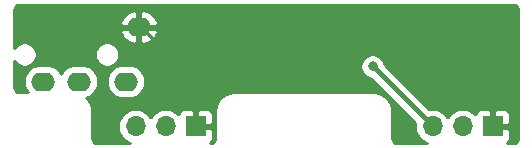
<source format=gtl>
G04 #@! TF.GenerationSoftware,KiCad,Pcbnew,5.1.0-unknown-e90452d~82~ubuntu16.04.1*
G04 #@! TF.CreationDate,2019-04-11T13:30:45-04:00*
G04 #@! TF.ProjectId,dual_touch_sensor_trrs_pcb,6475616c-5f74-46f7-9563-685f73656e73,1.0*
G04 #@! TF.SameCoordinates,Original*
G04 #@! TF.FileFunction,Copper,L1,Top*
G04 #@! TF.FilePolarity,Positive*
%FSLAX46Y46*%
G04 Gerber Fmt 4.6, Leading zero omitted, Abs format (unit mm)*
G04 Created by KiCad (PCBNEW 5.1.0-unknown-e90452d~82~ubuntu16.04.1) date 2019-04-11 13:30:45*
%MOMM*%
%LPD*%
G04 APERTURE LIST*
%ADD10O,1.700000X1.700000*%
%ADD11R,1.700000X1.700000*%
%ADD12O,2.000000X1.600000*%
%ADD13C,0.800000*%
%ADD14C,0.250000*%
%ADD15C,0.400000*%
%ADD16C,0.254000*%
G04 APERTURE END LIST*
D10*
X157988000Y-113284000D03*
X160528000Y-113284000D03*
D11*
X163068000Y-113284000D03*
D10*
X132842000Y-113284000D03*
X135382000Y-113284000D03*
D11*
X137922000Y-113284000D03*
D12*
X133118000Y-104880000D03*
X132018000Y-109480000D03*
X125018000Y-109480000D03*
X128018000Y-109480000D03*
D13*
X152908000Y-108204000D03*
D14*
X133318000Y-104880000D02*
X133118000Y-104880000D01*
X137922000Y-109484000D02*
X133318000Y-104880000D01*
X137922000Y-113284000D02*
X137922000Y-109484000D01*
D15*
X152908000Y-108204000D02*
X157988000Y-113284000D01*
D16*
G36*
X164919409Y-103007243D02*
G01*
X164990032Y-103028565D01*
X165055158Y-103063193D01*
X165112318Y-103109812D01*
X165159340Y-103166653D01*
X165194423Y-103231538D01*
X165216235Y-103302002D01*
X165227000Y-103404421D01*
X165227001Y-114268936D01*
X165216757Y-114373409D01*
X165195435Y-114444032D01*
X165160808Y-114509156D01*
X165114187Y-114566319D01*
X165057348Y-114613340D01*
X164992465Y-114648422D01*
X164921999Y-114670235D01*
X164819579Y-114681000D01*
X164241694Y-114681000D01*
X164272494Y-114664537D01*
X164369185Y-114585185D01*
X164448537Y-114488494D01*
X164507502Y-114378180D01*
X164543812Y-114258482D01*
X164556072Y-114134000D01*
X164553000Y-113569750D01*
X164394250Y-113411000D01*
X163195000Y-113411000D01*
X163195000Y-113431000D01*
X162941000Y-113431000D01*
X162941000Y-113411000D01*
X162921000Y-113411000D01*
X162921000Y-113157000D01*
X162941000Y-113157000D01*
X162941000Y-111957750D01*
X163195000Y-111957750D01*
X163195000Y-113157000D01*
X164394250Y-113157000D01*
X164553000Y-112998250D01*
X164556072Y-112434000D01*
X164543812Y-112309518D01*
X164507502Y-112189820D01*
X164448537Y-112079506D01*
X164369185Y-111982815D01*
X164272494Y-111903463D01*
X164162180Y-111844498D01*
X164042482Y-111808188D01*
X163918000Y-111795928D01*
X163353750Y-111799000D01*
X163195000Y-111957750D01*
X162941000Y-111957750D01*
X162782250Y-111799000D01*
X162218000Y-111795928D01*
X162093518Y-111808188D01*
X161973820Y-111844498D01*
X161863506Y-111903463D01*
X161766815Y-111982815D01*
X161687463Y-112079506D01*
X161628498Y-112189820D01*
X161607607Y-112258687D01*
X161583134Y-112228866D01*
X161357014Y-112043294D01*
X161099034Y-111905401D01*
X160819111Y-111820487D01*
X160600950Y-111799000D01*
X160455050Y-111799000D01*
X160236889Y-111820487D01*
X159956966Y-111905401D01*
X159698986Y-112043294D01*
X159472866Y-112228866D01*
X159287294Y-112454986D01*
X159258000Y-112509791D01*
X159228706Y-112454986D01*
X159043134Y-112228866D01*
X158817014Y-112043294D01*
X158559034Y-111905401D01*
X158279111Y-111820487D01*
X158060950Y-111799000D01*
X157915050Y-111799000D01*
X157704597Y-111819728D01*
X153932093Y-108047225D01*
X153903226Y-107902102D01*
X153825205Y-107713744D01*
X153711937Y-107544226D01*
X153567774Y-107400063D01*
X153398256Y-107286795D01*
X153209898Y-107208774D01*
X153009939Y-107169000D01*
X152806061Y-107169000D01*
X152606102Y-107208774D01*
X152417744Y-107286795D01*
X152248226Y-107400063D01*
X152104063Y-107544226D01*
X151990795Y-107713744D01*
X151912774Y-107902102D01*
X151873000Y-108102061D01*
X151873000Y-108305939D01*
X151912774Y-108505898D01*
X151990795Y-108694256D01*
X152104063Y-108863774D01*
X152248226Y-109007937D01*
X152417744Y-109121205D01*
X152606102Y-109199226D01*
X152751225Y-109228093D01*
X156523728Y-113000597D01*
X156495815Y-113284000D01*
X156524487Y-113575111D01*
X156609401Y-113855034D01*
X156747294Y-114113014D01*
X156932866Y-114339134D01*
X157158986Y-114524706D01*
X157416966Y-114662599D01*
X157477626Y-114681000D01*
X154971054Y-114681000D01*
X154866591Y-114670757D01*
X154795968Y-114649435D01*
X154730844Y-114614808D01*
X154673681Y-114568187D01*
X154626660Y-114511348D01*
X154591578Y-114446465D01*
X154569765Y-114375999D01*
X154559000Y-114273579D01*
X154559000Y-111982808D01*
X154556318Y-111955573D01*
X154556361Y-111949354D01*
X154555496Y-111940530D01*
X154534769Y-111743329D01*
X154523198Y-111686960D01*
X154512413Y-111630420D01*
X154509852Y-111621938D01*
X154509850Y-111621929D01*
X154509846Y-111621921D01*
X154451215Y-111432511D01*
X154428914Y-111379459D01*
X154407352Y-111326090D01*
X154403195Y-111318272D01*
X154403191Y-111318264D01*
X154403186Y-111318257D01*
X154308878Y-111143838D01*
X154276707Y-111096142D01*
X154245182Y-111047967D01*
X154239582Y-111041101D01*
X154239578Y-111041095D01*
X154239573Y-111041090D01*
X154113184Y-110888312D01*
X154072350Y-110847762D01*
X154032079Y-110806638D01*
X154025253Y-110800992D01*
X154025247Y-110800986D01*
X154025240Y-110800982D01*
X153871585Y-110675663D01*
X153823642Y-110643809D01*
X153776160Y-110611298D01*
X153768369Y-110607085D01*
X153768361Y-110607080D01*
X153768353Y-110607077D01*
X153593283Y-110513990D01*
X153540096Y-110492067D01*
X153487171Y-110469384D01*
X153478701Y-110466762D01*
X153288875Y-110409451D01*
X153232381Y-110398265D01*
X153176126Y-110386308D01*
X153167312Y-110385381D01*
X153167305Y-110385380D01*
X153167298Y-110385380D01*
X152969967Y-110366031D01*
X152939192Y-110363000D01*
X141192808Y-110363000D01*
X141165573Y-110365682D01*
X141159354Y-110365639D01*
X141150530Y-110366504D01*
X140953329Y-110387231D01*
X140896960Y-110398802D01*
X140840420Y-110409587D01*
X140831938Y-110412148D01*
X140831929Y-110412150D01*
X140831921Y-110412154D01*
X140642511Y-110470785D01*
X140589459Y-110493086D01*
X140536090Y-110514648D01*
X140528272Y-110518805D01*
X140528264Y-110518809D01*
X140528257Y-110518814D01*
X140353838Y-110613122D01*
X140306142Y-110645293D01*
X140257967Y-110676818D01*
X140251101Y-110682418D01*
X140251095Y-110682422D01*
X140251090Y-110682427D01*
X140098312Y-110808816D01*
X140057762Y-110849650D01*
X140016638Y-110889921D01*
X140010992Y-110896747D01*
X140010986Y-110896753D01*
X140010982Y-110896760D01*
X139885663Y-111050415D01*
X139853809Y-111098358D01*
X139821298Y-111145840D01*
X139817085Y-111153631D01*
X139817080Y-111153639D01*
X139817080Y-111153640D01*
X139723990Y-111328717D01*
X139702067Y-111381904D01*
X139679384Y-111434829D01*
X139676762Y-111443299D01*
X139619451Y-111633125D01*
X139608265Y-111689619D01*
X139596308Y-111745874D01*
X139595381Y-111754688D01*
X139595380Y-111754695D01*
X139595380Y-111754702D01*
X139576031Y-111952033D01*
X139576031Y-111952043D01*
X139573001Y-111982808D01*
X139573000Y-114268945D01*
X139562757Y-114373409D01*
X139541435Y-114444032D01*
X139506808Y-114509156D01*
X139460187Y-114566319D01*
X139403348Y-114613340D01*
X139338465Y-114648422D01*
X139267999Y-114670235D01*
X139165579Y-114681000D01*
X139095694Y-114681000D01*
X139126494Y-114664537D01*
X139223185Y-114585185D01*
X139302537Y-114488494D01*
X139361502Y-114378180D01*
X139397812Y-114258482D01*
X139410072Y-114134000D01*
X139407000Y-113569750D01*
X139248250Y-113411000D01*
X138049000Y-113411000D01*
X138049000Y-113431000D01*
X137795000Y-113431000D01*
X137795000Y-113411000D01*
X137775000Y-113411000D01*
X137775000Y-113157000D01*
X137795000Y-113157000D01*
X137795000Y-111957750D01*
X138049000Y-111957750D01*
X138049000Y-113157000D01*
X139248250Y-113157000D01*
X139407000Y-112998250D01*
X139410072Y-112434000D01*
X139397812Y-112309518D01*
X139361502Y-112189820D01*
X139302537Y-112079506D01*
X139223185Y-111982815D01*
X139126494Y-111903463D01*
X139016180Y-111844498D01*
X138896482Y-111808188D01*
X138772000Y-111795928D01*
X138207750Y-111799000D01*
X138049000Y-111957750D01*
X137795000Y-111957750D01*
X137636250Y-111799000D01*
X137072000Y-111795928D01*
X136947518Y-111808188D01*
X136827820Y-111844498D01*
X136717506Y-111903463D01*
X136620815Y-111982815D01*
X136541463Y-112079506D01*
X136482498Y-112189820D01*
X136461607Y-112258687D01*
X136437134Y-112228866D01*
X136211014Y-112043294D01*
X135953034Y-111905401D01*
X135673111Y-111820487D01*
X135454950Y-111799000D01*
X135309050Y-111799000D01*
X135090889Y-111820487D01*
X134810966Y-111905401D01*
X134552986Y-112043294D01*
X134326866Y-112228866D01*
X134141294Y-112454986D01*
X134112000Y-112509791D01*
X134082706Y-112454986D01*
X133897134Y-112228866D01*
X133671014Y-112043294D01*
X133413034Y-111905401D01*
X133133111Y-111820487D01*
X132914950Y-111799000D01*
X132769050Y-111799000D01*
X132550889Y-111820487D01*
X132270966Y-111905401D01*
X132012986Y-112043294D01*
X131786866Y-112228866D01*
X131601294Y-112454986D01*
X131463401Y-112712966D01*
X131378487Y-112992889D01*
X131349815Y-113284000D01*
X131378487Y-113575111D01*
X131463401Y-113855034D01*
X131601294Y-114113014D01*
X131786866Y-114339134D01*
X132012986Y-114524706D01*
X132270966Y-114662599D01*
X132331626Y-114681000D01*
X129571054Y-114681000D01*
X129466591Y-114670757D01*
X129395968Y-114649435D01*
X129330844Y-114614808D01*
X129273681Y-114568187D01*
X129226660Y-114511348D01*
X129191578Y-114446465D01*
X129169765Y-114375999D01*
X129159000Y-114273579D01*
X129159000Y-111982808D01*
X129156318Y-111955573D01*
X129156361Y-111949354D01*
X129155496Y-111940530D01*
X129134769Y-111743329D01*
X129123198Y-111686960D01*
X129112413Y-111630420D01*
X129109852Y-111621938D01*
X129109850Y-111621929D01*
X129109846Y-111621921D01*
X129051215Y-111432511D01*
X129028914Y-111379459D01*
X129007352Y-111326090D01*
X129003195Y-111318272D01*
X129003191Y-111318264D01*
X129003186Y-111318257D01*
X128908878Y-111143838D01*
X128876707Y-111096142D01*
X128845182Y-111047967D01*
X128839582Y-111041101D01*
X128839578Y-111041095D01*
X128839573Y-111041090D01*
X128713184Y-110888312D01*
X128672350Y-110847762D01*
X128667808Y-110843123D01*
X128769808Y-110812182D01*
X129019101Y-110678932D01*
X129237608Y-110499608D01*
X129416932Y-110281101D01*
X129550182Y-110031808D01*
X129632236Y-109761309D01*
X129659943Y-109480000D01*
X130376057Y-109480000D01*
X130403764Y-109761309D01*
X130485818Y-110031808D01*
X130619068Y-110281101D01*
X130798392Y-110499608D01*
X131016899Y-110678932D01*
X131266192Y-110812182D01*
X131536691Y-110894236D01*
X131747508Y-110915000D01*
X132288492Y-110915000D01*
X132499309Y-110894236D01*
X132769808Y-110812182D01*
X133019101Y-110678932D01*
X133237608Y-110499608D01*
X133416932Y-110281101D01*
X133550182Y-110031808D01*
X133632236Y-109761309D01*
X133659943Y-109480000D01*
X133632236Y-109198691D01*
X133550182Y-108928192D01*
X133416932Y-108678899D01*
X133237608Y-108460392D01*
X133019101Y-108281068D01*
X132769808Y-108147818D01*
X132499309Y-108065764D01*
X132288492Y-108045000D01*
X131747508Y-108045000D01*
X131536691Y-108065764D01*
X131266192Y-108147818D01*
X131016899Y-108281068D01*
X130798392Y-108460392D01*
X130619068Y-108678899D01*
X130485818Y-108928192D01*
X130403764Y-109198691D01*
X130376057Y-109480000D01*
X129659943Y-109480000D01*
X129632236Y-109198691D01*
X129550182Y-108928192D01*
X129416932Y-108678899D01*
X129237608Y-108460392D01*
X129019101Y-108281068D01*
X128769808Y-108147818D01*
X128499309Y-108065764D01*
X128288492Y-108045000D01*
X127747508Y-108045000D01*
X127536691Y-108065764D01*
X127266192Y-108147818D01*
X127016899Y-108281068D01*
X126798392Y-108460392D01*
X126619068Y-108678899D01*
X126518000Y-108867984D01*
X126416932Y-108678899D01*
X126237608Y-108460392D01*
X126019101Y-108281068D01*
X125769808Y-108147818D01*
X125499309Y-108065764D01*
X125288492Y-108045000D01*
X124747508Y-108045000D01*
X124536691Y-108065764D01*
X124266192Y-108147818D01*
X124016899Y-108281068D01*
X123798392Y-108460392D01*
X123619068Y-108678899D01*
X123485818Y-108928192D01*
X123403764Y-109198691D01*
X123376057Y-109480000D01*
X123403764Y-109761309D01*
X123485818Y-110031808D01*
X123619068Y-110281101D01*
X123686281Y-110363000D01*
X122967054Y-110363000D01*
X122862591Y-110352757D01*
X122791968Y-110331435D01*
X122726844Y-110296808D01*
X122669681Y-110250187D01*
X122622660Y-110193348D01*
X122587578Y-110128465D01*
X122565765Y-110057999D01*
X122555000Y-109955579D01*
X122555000Y-107751380D01*
X122614063Y-107839774D01*
X122758226Y-107983937D01*
X122927744Y-108097205D01*
X123116102Y-108175226D01*
X123316061Y-108215000D01*
X123519939Y-108215000D01*
X123719898Y-108175226D01*
X123908256Y-108097205D01*
X124077774Y-107983937D01*
X124221937Y-107839774D01*
X124335205Y-107670256D01*
X124413226Y-107481898D01*
X124453000Y-107281939D01*
X124453000Y-107078061D01*
X129383000Y-107078061D01*
X129383000Y-107281939D01*
X129422774Y-107481898D01*
X129500795Y-107670256D01*
X129614063Y-107839774D01*
X129758226Y-107983937D01*
X129927744Y-108097205D01*
X130116102Y-108175226D01*
X130316061Y-108215000D01*
X130519939Y-108215000D01*
X130719898Y-108175226D01*
X130908256Y-108097205D01*
X131077774Y-107983937D01*
X131221937Y-107839774D01*
X131335205Y-107670256D01*
X131413226Y-107481898D01*
X131453000Y-107281939D01*
X131453000Y-107078061D01*
X131413226Y-106878102D01*
X131335205Y-106689744D01*
X131221937Y-106520226D01*
X131077774Y-106376063D01*
X130908256Y-106262795D01*
X130719898Y-106184774D01*
X130519939Y-106145000D01*
X130316061Y-106145000D01*
X130116102Y-106184774D01*
X129927744Y-106262795D01*
X129758226Y-106376063D01*
X129614063Y-106520226D01*
X129500795Y-106689744D01*
X129422774Y-106878102D01*
X129383000Y-107078061D01*
X124453000Y-107078061D01*
X124413226Y-106878102D01*
X124335205Y-106689744D01*
X124221937Y-106520226D01*
X124077774Y-106376063D01*
X123908256Y-106262795D01*
X123719898Y-106184774D01*
X123519939Y-106145000D01*
X123316061Y-106145000D01*
X123116102Y-106184774D01*
X122927744Y-106262795D01*
X122758226Y-106376063D01*
X122614063Y-106520226D01*
X122555000Y-106608620D01*
X122555000Y-105229039D01*
X131526096Y-105229039D01*
X131536556Y-105286730D01*
X131642449Y-105548421D01*
X131797361Y-105784425D01*
X131995338Y-105985673D01*
X132228773Y-106144430D01*
X132488694Y-106254596D01*
X132765113Y-106311937D01*
X132991000Y-106159474D01*
X132991000Y-105007000D01*
X133245000Y-105007000D01*
X133245000Y-106159474D01*
X133470887Y-106311937D01*
X133747306Y-106254596D01*
X134007227Y-106144430D01*
X134240662Y-105985673D01*
X134438639Y-105784425D01*
X134593551Y-105548421D01*
X134699444Y-105286730D01*
X134709904Y-105229039D01*
X134587915Y-105007000D01*
X133245000Y-105007000D01*
X132991000Y-105007000D01*
X131648085Y-105007000D01*
X131526096Y-105229039D01*
X122555000Y-105229039D01*
X122555000Y-104530961D01*
X131526096Y-104530961D01*
X131648085Y-104753000D01*
X132991000Y-104753000D01*
X132991000Y-103600526D01*
X133245000Y-103600526D01*
X133245000Y-104753000D01*
X134587915Y-104753000D01*
X134709904Y-104530961D01*
X134699444Y-104473270D01*
X134593551Y-104211579D01*
X134438639Y-103975575D01*
X134240662Y-103774327D01*
X134007227Y-103615570D01*
X133747306Y-103505404D01*
X133470887Y-103448063D01*
X133245000Y-103600526D01*
X132991000Y-103600526D01*
X132765113Y-103448063D01*
X132488694Y-103505404D01*
X132228773Y-103615570D01*
X131995338Y-103774327D01*
X131797361Y-103975575D01*
X131642449Y-104211579D01*
X131536556Y-104473270D01*
X131526096Y-104530961D01*
X122555000Y-104530961D01*
X122555000Y-103409055D01*
X122565243Y-103304591D01*
X122586565Y-103233968D01*
X122621193Y-103168842D01*
X122667812Y-103111682D01*
X122724653Y-103064660D01*
X122789538Y-103029577D01*
X122860002Y-103007765D01*
X122962421Y-102997000D01*
X164814945Y-102997000D01*
X164919409Y-103007243D01*
X164919409Y-103007243D01*
G37*
X164919409Y-103007243D02*
X164990032Y-103028565D01*
X165055158Y-103063193D01*
X165112318Y-103109812D01*
X165159340Y-103166653D01*
X165194423Y-103231538D01*
X165216235Y-103302002D01*
X165227000Y-103404421D01*
X165227001Y-114268936D01*
X165216757Y-114373409D01*
X165195435Y-114444032D01*
X165160808Y-114509156D01*
X165114187Y-114566319D01*
X165057348Y-114613340D01*
X164992465Y-114648422D01*
X164921999Y-114670235D01*
X164819579Y-114681000D01*
X164241694Y-114681000D01*
X164272494Y-114664537D01*
X164369185Y-114585185D01*
X164448537Y-114488494D01*
X164507502Y-114378180D01*
X164543812Y-114258482D01*
X164556072Y-114134000D01*
X164553000Y-113569750D01*
X164394250Y-113411000D01*
X163195000Y-113411000D01*
X163195000Y-113431000D01*
X162941000Y-113431000D01*
X162941000Y-113411000D01*
X162921000Y-113411000D01*
X162921000Y-113157000D01*
X162941000Y-113157000D01*
X162941000Y-111957750D01*
X163195000Y-111957750D01*
X163195000Y-113157000D01*
X164394250Y-113157000D01*
X164553000Y-112998250D01*
X164556072Y-112434000D01*
X164543812Y-112309518D01*
X164507502Y-112189820D01*
X164448537Y-112079506D01*
X164369185Y-111982815D01*
X164272494Y-111903463D01*
X164162180Y-111844498D01*
X164042482Y-111808188D01*
X163918000Y-111795928D01*
X163353750Y-111799000D01*
X163195000Y-111957750D01*
X162941000Y-111957750D01*
X162782250Y-111799000D01*
X162218000Y-111795928D01*
X162093518Y-111808188D01*
X161973820Y-111844498D01*
X161863506Y-111903463D01*
X161766815Y-111982815D01*
X161687463Y-112079506D01*
X161628498Y-112189820D01*
X161607607Y-112258687D01*
X161583134Y-112228866D01*
X161357014Y-112043294D01*
X161099034Y-111905401D01*
X160819111Y-111820487D01*
X160600950Y-111799000D01*
X160455050Y-111799000D01*
X160236889Y-111820487D01*
X159956966Y-111905401D01*
X159698986Y-112043294D01*
X159472866Y-112228866D01*
X159287294Y-112454986D01*
X159258000Y-112509791D01*
X159228706Y-112454986D01*
X159043134Y-112228866D01*
X158817014Y-112043294D01*
X158559034Y-111905401D01*
X158279111Y-111820487D01*
X158060950Y-111799000D01*
X157915050Y-111799000D01*
X157704597Y-111819728D01*
X153932093Y-108047225D01*
X153903226Y-107902102D01*
X153825205Y-107713744D01*
X153711937Y-107544226D01*
X153567774Y-107400063D01*
X153398256Y-107286795D01*
X153209898Y-107208774D01*
X153009939Y-107169000D01*
X152806061Y-107169000D01*
X152606102Y-107208774D01*
X152417744Y-107286795D01*
X152248226Y-107400063D01*
X152104063Y-107544226D01*
X151990795Y-107713744D01*
X151912774Y-107902102D01*
X151873000Y-108102061D01*
X151873000Y-108305939D01*
X151912774Y-108505898D01*
X151990795Y-108694256D01*
X152104063Y-108863774D01*
X152248226Y-109007937D01*
X152417744Y-109121205D01*
X152606102Y-109199226D01*
X152751225Y-109228093D01*
X156523728Y-113000597D01*
X156495815Y-113284000D01*
X156524487Y-113575111D01*
X156609401Y-113855034D01*
X156747294Y-114113014D01*
X156932866Y-114339134D01*
X157158986Y-114524706D01*
X157416966Y-114662599D01*
X157477626Y-114681000D01*
X154971054Y-114681000D01*
X154866591Y-114670757D01*
X154795968Y-114649435D01*
X154730844Y-114614808D01*
X154673681Y-114568187D01*
X154626660Y-114511348D01*
X154591578Y-114446465D01*
X154569765Y-114375999D01*
X154559000Y-114273579D01*
X154559000Y-111982808D01*
X154556318Y-111955573D01*
X154556361Y-111949354D01*
X154555496Y-111940530D01*
X154534769Y-111743329D01*
X154523198Y-111686960D01*
X154512413Y-111630420D01*
X154509852Y-111621938D01*
X154509850Y-111621929D01*
X154509846Y-111621921D01*
X154451215Y-111432511D01*
X154428914Y-111379459D01*
X154407352Y-111326090D01*
X154403195Y-111318272D01*
X154403191Y-111318264D01*
X154403186Y-111318257D01*
X154308878Y-111143838D01*
X154276707Y-111096142D01*
X154245182Y-111047967D01*
X154239582Y-111041101D01*
X154239578Y-111041095D01*
X154239573Y-111041090D01*
X154113184Y-110888312D01*
X154072350Y-110847762D01*
X154032079Y-110806638D01*
X154025253Y-110800992D01*
X154025247Y-110800986D01*
X154025240Y-110800982D01*
X153871585Y-110675663D01*
X153823642Y-110643809D01*
X153776160Y-110611298D01*
X153768369Y-110607085D01*
X153768361Y-110607080D01*
X153768353Y-110607077D01*
X153593283Y-110513990D01*
X153540096Y-110492067D01*
X153487171Y-110469384D01*
X153478701Y-110466762D01*
X153288875Y-110409451D01*
X153232381Y-110398265D01*
X153176126Y-110386308D01*
X153167312Y-110385381D01*
X153167305Y-110385380D01*
X153167298Y-110385380D01*
X152969967Y-110366031D01*
X152939192Y-110363000D01*
X141192808Y-110363000D01*
X141165573Y-110365682D01*
X141159354Y-110365639D01*
X141150530Y-110366504D01*
X140953329Y-110387231D01*
X140896960Y-110398802D01*
X140840420Y-110409587D01*
X140831938Y-110412148D01*
X140831929Y-110412150D01*
X140831921Y-110412154D01*
X140642511Y-110470785D01*
X140589459Y-110493086D01*
X140536090Y-110514648D01*
X140528272Y-110518805D01*
X140528264Y-110518809D01*
X140528257Y-110518814D01*
X140353838Y-110613122D01*
X140306142Y-110645293D01*
X140257967Y-110676818D01*
X140251101Y-110682418D01*
X140251095Y-110682422D01*
X140251090Y-110682427D01*
X140098312Y-110808816D01*
X140057762Y-110849650D01*
X140016638Y-110889921D01*
X140010992Y-110896747D01*
X140010986Y-110896753D01*
X140010982Y-110896760D01*
X139885663Y-111050415D01*
X139853809Y-111098358D01*
X139821298Y-111145840D01*
X139817085Y-111153631D01*
X139817080Y-111153639D01*
X139817080Y-111153640D01*
X139723990Y-111328717D01*
X139702067Y-111381904D01*
X139679384Y-111434829D01*
X139676762Y-111443299D01*
X139619451Y-111633125D01*
X139608265Y-111689619D01*
X139596308Y-111745874D01*
X139595381Y-111754688D01*
X139595380Y-111754695D01*
X139595380Y-111754702D01*
X139576031Y-111952033D01*
X139576031Y-111952043D01*
X139573001Y-111982808D01*
X139573000Y-114268945D01*
X139562757Y-114373409D01*
X139541435Y-114444032D01*
X139506808Y-114509156D01*
X139460187Y-114566319D01*
X139403348Y-114613340D01*
X139338465Y-114648422D01*
X139267999Y-114670235D01*
X139165579Y-114681000D01*
X139095694Y-114681000D01*
X139126494Y-114664537D01*
X139223185Y-114585185D01*
X139302537Y-114488494D01*
X139361502Y-114378180D01*
X139397812Y-114258482D01*
X139410072Y-114134000D01*
X139407000Y-113569750D01*
X139248250Y-113411000D01*
X138049000Y-113411000D01*
X138049000Y-113431000D01*
X137795000Y-113431000D01*
X137795000Y-113411000D01*
X137775000Y-113411000D01*
X137775000Y-113157000D01*
X137795000Y-113157000D01*
X137795000Y-111957750D01*
X138049000Y-111957750D01*
X138049000Y-113157000D01*
X139248250Y-113157000D01*
X139407000Y-112998250D01*
X139410072Y-112434000D01*
X139397812Y-112309518D01*
X139361502Y-112189820D01*
X139302537Y-112079506D01*
X139223185Y-111982815D01*
X139126494Y-111903463D01*
X139016180Y-111844498D01*
X138896482Y-111808188D01*
X138772000Y-111795928D01*
X138207750Y-111799000D01*
X138049000Y-111957750D01*
X137795000Y-111957750D01*
X137636250Y-111799000D01*
X137072000Y-111795928D01*
X136947518Y-111808188D01*
X136827820Y-111844498D01*
X136717506Y-111903463D01*
X136620815Y-111982815D01*
X136541463Y-112079506D01*
X136482498Y-112189820D01*
X136461607Y-112258687D01*
X136437134Y-112228866D01*
X136211014Y-112043294D01*
X135953034Y-111905401D01*
X135673111Y-111820487D01*
X135454950Y-111799000D01*
X135309050Y-111799000D01*
X135090889Y-111820487D01*
X134810966Y-111905401D01*
X134552986Y-112043294D01*
X134326866Y-112228866D01*
X134141294Y-112454986D01*
X134112000Y-112509791D01*
X134082706Y-112454986D01*
X133897134Y-112228866D01*
X133671014Y-112043294D01*
X133413034Y-111905401D01*
X133133111Y-111820487D01*
X132914950Y-111799000D01*
X132769050Y-111799000D01*
X132550889Y-111820487D01*
X132270966Y-111905401D01*
X132012986Y-112043294D01*
X131786866Y-112228866D01*
X131601294Y-112454986D01*
X131463401Y-112712966D01*
X131378487Y-112992889D01*
X131349815Y-113284000D01*
X131378487Y-113575111D01*
X131463401Y-113855034D01*
X131601294Y-114113014D01*
X131786866Y-114339134D01*
X132012986Y-114524706D01*
X132270966Y-114662599D01*
X132331626Y-114681000D01*
X129571054Y-114681000D01*
X129466591Y-114670757D01*
X129395968Y-114649435D01*
X129330844Y-114614808D01*
X129273681Y-114568187D01*
X129226660Y-114511348D01*
X129191578Y-114446465D01*
X129169765Y-114375999D01*
X129159000Y-114273579D01*
X129159000Y-111982808D01*
X129156318Y-111955573D01*
X129156361Y-111949354D01*
X129155496Y-111940530D01*
X129134769Y-111743329D01*
X129123198Y-111686960D01*
X129112413Y-111630420D01*
X129109852Y-111621938D01*
X129109850Y-111621929D01*
X129109846Y-111621921D01*
X129051215Y-111432511D01*
X129028914Y-111379459D01*
X129007352Y-111326090D01*
X129003195Y-111318272D01*
X129003191Y-111318264D01*
X129003186Y-111318257D01*
X128908878Y-111143838D01*
X128876707Y-111096142D01*
X128845182Y-111047967D01*
X128839582Y-111041101D01*
X128839578Y-111041095D01*
X128839573Y-111041090D01*
X128713184Y-110888312D01*
X128672350Y-110847762D01*
X128667808Y-110843123D01*
X128769808Y-110812182D01*
X129019101Y-110678932D01*
X129237608Y-110499608D01*
X129416932Y-110281101D01*
X129550182Y-110031808D01*
X129632236Y-109761309D01*
X129659943Y-109480000D01*
X130376057Y-109480000D01*
X130403764Y-109761309D01*
X130485818Y-110031808D01*
X130619068Y-110281101D01*
X130798392Y-110499608D01*
X131016899Y-110678932D01*
X131266192Y-110812182D01*
X131536691Y-110894236D01*
X131747508Y-110915000D01*
X132288492Y-110915000D01*
X132499309Y-110894236D01*
X132769808Y-110812182D01*
X133019101Y-110678932D01*
X133237608Y-110499608D01*
X133416932Y-110281101D01*
X133550182Y-110031808D01*
X133632236Y-109761309D01*
X133659943Y-109480000D01*
X133632236Y-109198691D01*
X133550182Y-108928192D01*
X133416932Y-108678899D01*
X133237608Y-108460392D01*
X133019101Y-108281068D01*
X132769808Y-108147818D01*
X132499309Y-108065764D01*
X132288492Y-108045000D01*
X131747508Y-108045000D01*
X131536691Y-108065764D01*
X131266192Y-108147818D01*
X131016899Y-108281068D01*
X130798392Y-108460392D01*
X130619068Y-108678899D01*
X130485818Y-108928192D01*
X130403764Y-109198691D01*
X130376057Y-109480000D01*
X129659943Y-109480000D01*
X129632236Y-109198691D01*
X129550182Y-108928192D01*
X129416932Y-108678899D01*
X129237608Y-108460392D01*
X129019101Y-108281068D01*
X128769808Y-108147818D01*
X128499309Y-108065764D01*
X128288492Y-108045000D01*
X127747508Y-108045000D01*
X127536691Y-108065764D01*
X127266192Y-108147818D01*
X127016899Y-108281068D01*
X126798392Y-108460392D01*
X126619068Y-108678899D01*
X126518000Y-108867984D01*
X126416932Y-108678899D01*
X126237608Y-108460392D01*
X126019101Y-108281068D01*
X125769808Y-108147818D01*
X125499309Y-108065764D01*
X125288492Y-108045000D01*
X124747508Y-108045000D01*
X124536691Y-108065764D01*
X124266192Y-108147818D01*
X124016899Y-108281068D01*
X123798392Y-108460392D01*
X123619068Y-108678899D01*
X123485818Y-108928192D01*
X123403764Y-109198691D01*
X123376057Y-109480000D01*
X123403764Y-109761309D01*
X123485818Y-110031808D01*
X123619068Y-110281101D01*
X123686281Y-110363000D01*
X122967054Y-110363000D01*
X122862591Y-110352757D01*
X122791968Y-110331435D01*
X122726844Y-110296808D01*
X122669681Y-110250187D01*
X122622660Y-110193348D01*
X122587578Y-110128465D01*
X122565765Y-110057999D01*
X122555000Y-109955579D01*
X122555000Y-107751380D01*
X122614063Y-107839774D01*
X122758226Y-107983937D01*
X122927744Y-108097205D01*
X123116102Y-108175226D01*
X123316061Y-108215000D01*
X123519939Y-108215000D01*
X123719898Y-108175226D01*
X123908256Y-108097205D01*
X124077774Y-107983937D01*
X124221937Y-107839774D01*
X124335205Y-107670256D01*
X124413226Y-107481898D01*
X124453000Y-107281939D01*
X124453000Y-107078061D01*
X129383000Y-107078061D01*
X129383000Y-107281939D01*
X129422774Y-107481898D01*
X129500795Y-107670256D01*
X129614063Y-107839774D01*
X129758226Y-107983937D01*
X129927744Y-108097205D01*
X130116102Y-108175226D01*
X130316061Y-108215000D01*
X130519939Y-108215000D01*
X130719898Y-108175226D01*
X130908256Y-108097205D01*
X131077774Y-107983937D01*
X131221937Y-107839774D01*
X131335205Y-107670256D01*
X131413226Y-107481898D01*
X131453000Y-107281939D01*
X131453000Y-107078061D01*
X131413226Y-106878102D01*
X131335205Y-106689744D01*
X131221937Y-106520226D01*
X131077774Y-106376063D01*
X130908256Y-106262795D01*
X130719898Y-106184774D01*
X130519939Y-106145000D01*
X130316061Y-106145000D01*
X130116102Y-106184774D01*
X129927744Y-106262795D01*
X129758226Y-106376063D01*
X129614063Y-106520226D01*
X129500795Y-106689744D01*
X129422774Y-106878102D01*
X129383000Y-107078061D01*
X124453000Y-107078061D01*
X124413226Y-106878102D01*
X124335205Y-106689744D01*
X124221937Y-106520226D01*
X124077774Y-106376063D01*
X123908256Y-106262795D01*
X123719898Y-106184774D01*
X123519939Y-106145000D01*
X123316061Y-106145000D01*
X123116102Y-106184774D01*
X122927744Y-106262795D01*
X122758226Y-106376063D01*
X122614063Y-106520226D01*
X122555000Y-106608620D01*
X122555000Y-105229039D01*
X131526096Y-105229039D01*
X131536556Y-105286730D01*
X131642449Y-105548421D01*
X131797361Y-105784425D01*
X131995338Y-105985673D01*
X132228773Y-106144430D01*
X132488694Y-106254596D01*
X132765113Y-106311937D01*
X132991000Y-106159474D01*
X132991000Y-105007000D01*
X133245000Y-105007000D01*
X133245000Y-106159474D01*
X133470887Y-106311937D01*
X133747306Y-106254596D01*
X134007227Y-106144430D01*
X134240662Y-105985673D01*
X134438639Y-105784425D01*
X134593551Y-105548421D01*
X134699444Y-105286730D01*
X134709904Y-105229039D01*
X134587915Y-105007000D01*
X133245000Y-105007000D01*
X132991000Y-105007000D01*
X131648085Y-105007000D01*
X131526096Y-105229039D01*
X122555000Y-105229039D01*
X122555000Y-104530961D01*
X131526096Y-104530961D01*
X131648085Y-104753000D01*
X132991000Y-104753000D01*
X132991000Y-103600526D01*
X133245000Y-103600526D01*
X133245000Y-104753000D01*
X134587915Y-104753000D01*
X134709904Y-104530961D01*
X134699444Y-104473270D01*
X134593551Y-104211579D01*
X134438639Y-103975575D01*
X134240662Y-103774327D01*
X134007227Y-103615570D01*
X133747306Y-103505404D01*
X133470887Y-103448063D01*
X133245000Y-103600526D01*
X132991000Y-103600526D01*
X132765113Y-103448063D01*
X132488694Y-103505404D01*
X132228773Y-103615570D01*
X131995338Y-103774327D01*
X131797361Y-103975575D01*
X131642449Y-104211579D01*
X131536556Y-104473270D01*
X131526096Y-104530961D01*
X122555000Y-104530961D01*
X122555000Y-103409055D01*
X122565243Y-103304591D01*
X122586565Y-103233968D01*
X122621193Y-103168842D01*
X122667812Y-103111682D01*
X122724653Y-103064660D01*
X122789538Y-103029577D01*
X122860002Y-103007765D01*
X122962421Y-102997000D01*
X164814945Y-102997000D01*
X164919409Y-103007243D01*
M02*

</source>
